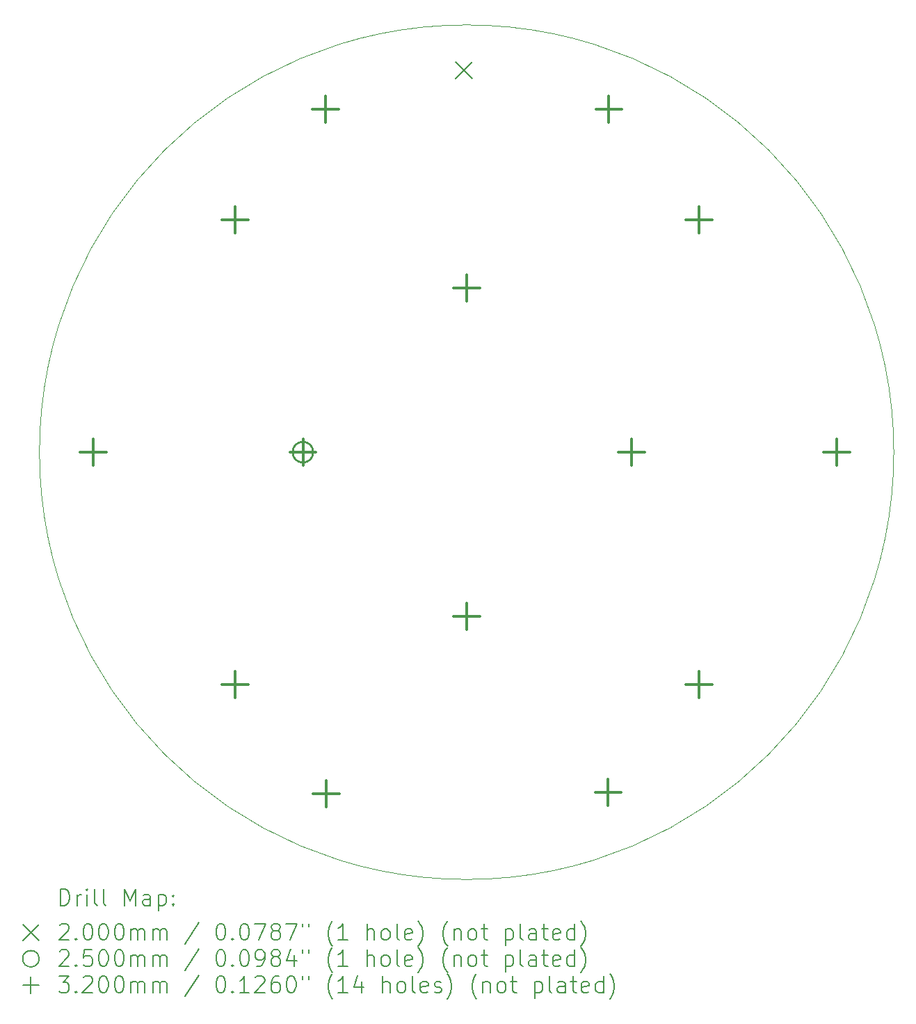
<source format=gbr>
%TF.GenerationSoftware,KiCad,Pcbnew,7.0.9-7.0.9~ubuntu23.04.1*%
%TF.CreationDate,2023-11-29T14:17:20+01:00*%
%TF.ProjectId,maglev cv2,6d61676c-6576-4206-9376-322e6b696361,rev?*%
%TF.SameCoordinates,Original*%
%TF.FileFunction,Drillmap*%
%TF.FilePolarity,Positive*%
%FSLAX45Y45*%
G04 Gerber Fmt 4.5, Leading zero omitted, Abs format (unit mm)*
G04 Created by KiCad (PCBNEW 7.0.9-7.0.9~ubuntu23.04.1) date 2023-11-29 14:17:20*
%MOMM*%
%LPD*%
G01*
G04 APERTURE LIST*
%ADD10C,0.100000*%
%ADD11C,0.200000*%
%ADD12C,0.250000*%
%ADD13C,0.320000*%
G04 APERTURE END LIST*
D10*
X19818250Y-9925000D02*
G75*
G03*
X19818250Y-9925000I-5200000J0D01*
G01*
D11*
X14485000Y-5175000D02*
X14685000Y-5375000D01*
X14685000Y-5175000D02*
X14485000Y-5375000D01*
D12*
X12750000Y-9925000D02*
G75*
G03*
X12750000Y-9925000I-125000J0D01*
G01*
D13*
X10075000Y-9765000D02*
X10075000Y-10085000D01*
X9915000Y-9925000D02*
X10235000Y-9925000D01*
X11800000Y-6940000D02*
X11800000Y-7260000D01*
X11640000Y-7100000D02*
X11960000Y-7100000D01*
X11800000Y-12590000D02*
X11800000Y-12910000D01*
X11640000Y-12750000D02*
X11960000Y-12750000D01*
X12625000Y-9765000D02*
X12625000Y-10085000D01*
X12465000Y-9925000D02*
X12785000Y-9925000D01*
X12900000Y-5590000D02*
X12900000Y-5910000D01*
X12740000Y-5750000D02*
X13060000Y-5750000D01*
X12907702Y-13925286D02*
X12907702Y-14245286D01*
X12747702Y-14085286D02*
X13067702Y-14085286D01*
X14619847Y-11766189D02*
X14619847Y-12086189D01*
X14459847Y-11926189D02*
X14779847Y-11926189D01*
X14620895Y-7764585D02*
X14620895Y-8084585D01*
X14460895Y-7924585D02*
X14780895Y-7924585D01*
X16341204Y-13907816D02*
X16341204Y-14227816D01*
X16181204Y-14067816D02*
X16501204Y-14067816D01*
X16350000Y-5590000D02*
X16350000Y-5910000D01*
X16190000Y-5750000D02*
X16510000Y-5750000D01*
X16625000Y-9765000D02*
X16625000Y-10085000D01*
X16465000Y-9925000D02*
X16785000Y-9925000D01*
X17450000Y-6940000D02*
X17450000Y-7260000D01*
X17290000Y-7100000D02*
X17610000Y-7100000D01*
X17450000Y-12590000D02*
X17450000Y-12910000D01*
X17290000Y-12750000D02*
X17610000Y-12750000D01*
X19125000Y-9765000D02*
X19125000Y-10085000D01*
X18965000Y-9925000D02*
X19285000Y-9925000D01*
D11*
X9674027Y-15441484D02*
X9674027Y-15241484D01*
X9674027Y-15241484D02*
X9721646Y-15241484D01*
X9721646Y-15241484D02*
X9750217Y-15251008D01*
X9750217Y-15251008D02*
X9769265Y-15270055D01*
X9769265Y-15270055D02*
X9778789Y-15289103D01*
X9778789Y-15289103D02*
X9788313Y-15327198D01*
X9788313Y-15327198D02*
X9788313Y-15355769D01*
X9788313Y-15355769D02*
X9778789Y-15393865D01*
X9778789Y-15393865D02*
X9769265Y-15412912D01*
X9769265Y-15412912D02*
X9750217Y-15431960D01*
X9750217Y-15431960D02*
X9721646Y-15441484D01*
X9721646Y-15441484D02*
X9674027Y-15441484D01*
X9874027Y-15441484D02*
X9874027Y-15308150D01*
X9874027Y-15346246D02*
X9883551Y-15327198D01*
X9883551Y-15327198D02*
X9893074Y-15317674D01*
X9893074Y-15317674D02*
X9912122Y-15308150D01*
X9912122Y-15308150D02*
X9931170Y-15308150D01*
X9997836Y-15441484D02*
X9997836Y-15308150D01*
X9997836Y-15241484D02*
X9988313Y-15251008D01*
X9988313Y-15251008D02*
X9997836Y-15260531D01*
X9997836Y-15260531D02*
X10007360Y-15251008D01*
X10007360Y-15251008D02*
X9997836Y-15241484D01*
X9997836Y-15241484D02*
X9997836Y-15260531D01*
X10121646Y-15441484D02*
X10102598Y-15431960D01*
X10102598Y-15431960D02*
X10093074Y-15412912D01*
X10093074Y-15412912D02*
X10093074Y-15241484D01*
X10226408Y-15441484D02*
X10207360Y-15431960D01*
X10207360Y-15431960D02*
X10197836Y-15412912D01*
X10197836Y-15412912D02*
X10197836Y-15241484D01*
X10454979Y-15441484D02*
X10454979Y-15241484D01*
X10454979Y-15241484D02*
X10521646Y-15384341D01*
X10521646Y-15384341D02*
X10588313Y-15241484D01*
X10588313Y-15241484D02*
X10588313Y-15441484D01*
X10769265Y-15441484D02*
X10769265Y-15336722D01*
X10769265Y-15336722D02*
X10759741Y-15317674D01*
X10759741Y-15317674D02*
X10740694Y-15308150D01*
X10740694Y-15308150D02*
X10702598Y-15308150D01*
X10702598Y-15308150D02*
X10683551Y-15317674D01*
X10769265Y-15431960D02*
X10750217Y-15441484D01*
X10750217Y-15441484D02*
X10702598Y-15441484D01*
X10702598Y-15441484D02*
X10683551Y-15431960D01*
X10683551Y-15431960D02*
X10674027Y-15412912D01*
X10674027Y-15412912D02*
X10674027Y-15393865D01*
X10674027Y-15393865D02*
X10683551Y-15374817D01*
X10683551Y-15374817D02*
X10702598Y-15365293D01*
X10702598Y-15365293D02*
X10750217Y-15365293D01*
X10750217Y-15365293D02*
X10769265Y-15355769D01*
X10864503Y-15308150D02*
X10864503Y-15508150D01*
X10864503Y-15317674D02*
X10883551Y-15308150D01*
X10883551Y-15308150D02*
X10921646Y-15308150D01*
X10921646Y-15308150D02*
X10940694Y-15317674D01*
X10940694Y-15317674D02*
X10950217Y-15327198D01*
X10950217Y-15327198D02*
X10959741Y-15346246D01*
X10959741Y-15346246D02*
X10959741Y-15403388D01*
X10959741Y-15403388D02*
X10950217Y-15422436D01*
X10950217Y-15422436D02*
X10940694Y-15431960D01*
X10940694Y-15431960D02*
X10921646Y-15441484D01*
X10921646Y-15441484D02*
X10883551Y-15441484D01*
X10883551Y-15441484D02*
X10864503Y-15431960D01*
X11045455Y-15422436D02*
X11054979Y-15431960D01*
X11054979Y-15431960D02*
X11045455Y-15441484D01*
X11045455Y-15441484D02*
X11035932Y-15431960D01*
X11035932Y-15431960D02*
X11045455Y-15422436D01*
X11045455Y-15422436D02*
X11045455Y-15441484D01*
X11045455Y-15317674D02*
X11054979Y-15327198D01*
X11054979Y-15327198D02*
X11045455Y-15336722D01*
X11045455Y-15336722D02*
X11035932Y-15327198D01*
X11035932Y-15327198D02*
X11045455Y-15317674D01*
X11045455Y-15317674D02*
X11045455Y-15336722D01*
X9213250Y-15670000D02*
X9413250Y-15870000D01*
X9413250Y-15670000D02*
X9213250Y-15870000D01*
X9664503Y-15680531D02*
X9674027Y-15671008D01*
X9674027Y-15671008D02*
X9693074Y-15661484D01*
X9693074Y-15661484D02*
X9740694Y-15661484D01*
X9740694Y-15661484D02*
X9759741Y-15671008D01*
X9759741Y-15671008D02*
X9769265Y-15680531D01*
X9769265Y-15680531D02*
X9778789Y-15699579D01*
X9778789Y-15699579D02*
X9778789Y-15718627D01*
X9778789Y-15718627D02*
X9769265Y-15747198D01*
X9769265Y-15747198D02*
X9654979Y-15861484D01*
X9654979Y-15861484D02*
X9778789Y-15861484D01*
X9864503Y-15842436D02*
X9874027Y-15851960D01*
X9874027Y-15851960D02*
X9864503Y-15861484D01*
X9864503Y-15861484D02*
X9854979Y-15851960D01*
X9854979Y-15851960D02*
X9864503Y-15842436D01*
X9864503Y-15842436D02*
X9864503Y-15861484D01*
X9997836Y-15661484D02*
X10016884Y-15661484D01*
X10016884Y-15661484D02*
X10035932Y-15671008D01*
X10035932Y-15671008D02*
X10045455Y-15680531D01*
X10045455Y-15680531D02*
X10054979Y-15699579D01*
X10054979Y-15699579D02*
X10064503Y-15737674D01*
X10064503Y-15737674D02*
X10064503Y-15785293D01*
X10064503Y-15785293D02*
X10054979Y-15823388D01*
X10054979Y-15823388D02*
X10045455Y-15842436D01*
X10045455Y-15842436D02*
X10035932Y-15851960D01*
X10035932Y-15851960D02*
X10016884Y-15861484D01*
X10016884Y-15861484D02*
X9997836Y-15861484D01*
X9997836Y-15861484D02*
X9978789Y-15851960D01*
X9978789Y-15851960D02*
X9969265Y-15842436D01*
X9969265Y-15842436D02*
X9959741Y-15823388D01*
X9959741Y-15823388D02*
X9950217Y-15785293D01*
X9950217Y-15785293D02*
X9950217Y-15737674D01*
X9950217Y-15737674D02*
X9959741Y-15699579D01*
X9959741Y-15699579D02*
X9969265Y-15680531D01*
X9969265Y-15680531D02*
X9978789Y-15671008D01*
X9978789Y-15671008D02*
X9997836Y-15661484D01*
X10188313Y-15661484D02*
X10207360Y-15661484D01*
X10207360Y-15661484D02*
X10226408Y-15671008D01*
X10226408Y-15671008D02*
X10235932Y-15680531D01*
X10235932Y-15680531D02*
X10245455Y-15699579D01*
X10245455Y-15699579D02*
X10254979Y-15737674D01*
X10254979Y-15737674D02*
X10254979Y-15785293D01*
X10254979Y-15785293D02*
X10245455Y-15823388D01*
X10245455Y-15823388D02*
X10235932Y-15842436D01*
X10235932Y-15842436D02*
X10226408Y-15851960D01*
X10226408Y-15851960D02*
X10207360Y-15861484D01*
X10207360Y-15861484D02*
X10188313Y-15861484D01*
X10188313Y-15861484D02*
X10169265Y-15851960D01*
X10169265Y-15851960D02*
X10159741Y-15842436D01*
X10159741Y-15842436D02*
X10150217Y-15823388D01*
X10150217Y-15823388D02*
X10140694Y-15785293D01*
X10140694Y-15785293D02*
X10140694Y-15737674D01*
X10140694Y-15737674D02*
X10150217Y-15699579D01*
X10150217Y-15699579D02*
X10159741Y-15680531D01*
X10159741Y-15680531D02*
X10169265Y-15671008D01*
X10169265Y-15671008D02*
X10188313Y-15661484D01*
X10378789Y-15661484D02*
X10397836Y-15661484D01*
X10397836Y-15661484D02*
X10416884Y-15671008D01*
X10416884Y-15671008D02*
X10426408Y-15680531D01*
X10426408Y-15680531D02*
X10435932Y-15699579D01*
X10435932Y-15699579D02*
X10445455Y-15737674D01*
X10445455Y-15737674D02*
X10445455Y-15785293D01*
X10445455Y-15785293D02*
X10435932Y-15823388D01*
X10435932Y-15823388D02*
X10426408Y-15842436D01*
X10426408Y-15842436D02*
X10416884Y-15851960D01*
X10416884Y-15851960D02*
X10397836Y-15861484D01*
X10397836Y-15861484D02*
X10378789Y-15861484D01*
X10378789Y-15861484D02*
X10359741Y-15851960D01*
X10359741Y-15851960D02*
X10350217Y-15842436D01*
X10350217Y-15842436D02*
X10340694Y-15823388D01*
X10340694Y-15823388D02*
X10331170Y-15785293D01*
X10331170Y-15785293D02*
X10331170Y-15737674D01*
X10331170Y-15737674D02*
X10340694Y-15699579D01*
X10340694Y-15699579D02*
X10350217Y-15680531D01*
X10350217Y-15680531D02*
X10359741Y-15671008D01*
X10359741Y-15671008D02*
X10378789Y-15661484D01*
X10531170Y-15861484D02*
X10531170Y-15728150D01*
X10531170Y-15747198D02*
X10540694Y-15737674D01*
X10540694Y-15737674D02*
X10559741Y-15728150D01*
X10559741Y-15728150D02*
X10588313Y-15728150D01*
X10588313Y-15728150D02*
X10607360Y-15737674D01*
X10607360Y-15737674D02*
X10616884Y-15756722D01*
X10616884Y-15756722D02*
X10616884Y-15861484D01*
X10616884Y-15756722D02*
X10626408Y-15737674D01*
X10626408Y-15737674D02*
X10645455Y-15728150D01*
X10645455Y-15728150D02*
X10674027Y-15728150D01*
X10674027Y-15728150D02*
X10693075Y-15737674D01*
X10693075Y-15737674D02*
X10702598Y-15756722D01*
X10702598Y-15756722D02*
X10702598Y-15861484D01*
X10797836Y-15861484D02*
X10797836Y-15728150D01*
X10797836Y-15747198D02*
X10807360Y-15737674D01*
X10807360Y-15737674D02*
X10826408Y-15728150D01*
X10826408Y-15728150D02*
X10854979Y-15728150D01*
X10854979Y-15728150D02*
X10874027Y-15737674D01*
X10874027Y-15737674D02*
X10883551Y-15756722D01*
X10883551Y-15756722D02*
X10883551Y-15861484D01*
X10883551Y-15756722D02*
X10893075Y-15737674D01*
X10893075Y-15737674D02*
X10912122Y-15728150D01*
X10912122Y-15728150D02*
X10940694Y-15728150D01*
X10940694Y-15728150D02*
X10959741Y-15737674D01*
X10959741Y-15737674D02*
X10969265Y-15756722D01*
X10969265Y-15756722D02*
X10969265Y-15861484D01*
X11359741Y-15651960D02*
X11188313Y-15909103D01*
X11616884Y-15661484D02*
X11635932Y-15661484D01*
X11635932Y-15661484D02*
X11654979Y-15671008D01*
X11654979Y-15671008D02*
X11664503Y-15680531D01*
X11664503Y-15680531D02*
X11674027Y-15699579D01*
X11674027Y-15699579D02*
X11683551Y-15737674D01*
X11683551Y-15737674D02*
X11683551Y-15785293D01*
X11683551Y-15785293D02*
X11674027Y-15823388D01*
X11674027Y-15823388D02*
X11664503Y-15842436D01*
X11664503Y-15842436D02*
X11654979Y-15851960D01*
X11654979Y-15851960D02*
X11635932Y-15861484D01*
X11635932Y-15861484D02*
X11616884Y-15861484D01*
X11616884Y-15861484D02*
X11597836Y-15851960D01*
X11597836Y-15851960D02*
X11588313Y-15842436D01*
X11588313Y-15842436D02*
X11578789Y-15823388D01*
X11578789Y-15823388D02*
X11569265Y-15785293D01*
X11569265Y-15785293D02*
X11569265Y-15737674D01*
X11569265Y-15737674D02*
X11578789Y-15699579D01*
X11578789Y-15699579D02*
X11588313Y-15680531D01*
X11588313Y-15680531D02*
X11597836Y-15671008D01*
X11597836Y-15671008D02*
X11616884Y-15661484D01*
X11769265Y-15842436D02*
X11778789Y-15851960D01*
X11778789Y-15851960D02*
X11769265Y-15861484D01*
X11769265Y-15861484D02*
X11759741Y-15851960D01*
X11759741Y-15851960D02*
X11769265Y-15842436D01*
X11769265Y-15842436D02*
X11769265Y-15861484D01*
X11902598Y-15661484D02*
X11921646Y-15661484D01*
X11921646Y-15661484D02*
X11940694Y-15671008D01*
X11940694Y-15671008D02*
X11950217Y-15680531D01*
X11950217Y-15680531D02*
X11959741Y-15699579D01*
X11959741Y-15699579D02*
X11969265Y-15737674D01*
X11969265Y-15737674D02*
X11969265Y-15785293D01*
X11969265Y-15785293D02*
X11959741Y-15823388D01*
X11959741Y-15823388D02*
X11950217Y-15842436D01*
X11950217Y-15842436D02*
X11940694Y-15851960D01*
X11940694Y-15851960D02*
X11921646Y-15861484D01*
X11921646Y-15861484D02*
X11902598Y-15861484D01*
X11902598Y-15861484D02*
X11883551Y-15851960D01*
X11883551Y-15851960D02*
X11874027Y-15842436D01*
X11874027Y-15842436D02*
X11864503Y-15823388D01*
X11864503Y-15823388D02*
X11854979Y-15785293D01*
X11854979Y-15785293D02*
X11854979Y-15737674D01*
X11854979Y-15737674D02*
X11864503Y-15699579D01*
X11864503Y-15699579D02*
X11874027Y-15680531D01*
X11874027Y-15680531D02*
X11883551Y-15671008D01*
X11883551Y-15671008D02*
X11902598Y-15661484D01*
X12035932Y-15661484D02*
X12169265Y-15661484D01*
X12169265Y-15661484D02*
X12083551Y-15861484D01*
X12274027Y-15747198D02*
X12254979Y-15737674D01*
X12254979Y-15737674D02*
X12245456Y-15728150D01*
X12245456Y-15728150D02*
X12235932Y-15709103D01*
X12235932Y-15709103D02*
X12235932Y-15699579D01*
X12235932Y-15699579D02*
X12245456Y-15680531D01*
X12245456Y-15680531D02*
X12254979Y-15671008D01*
X12254979Y-15671008D02*
X12274027Y-15661484D01*
X12274027Y-15661484D02*
X12312122Y-15661484D01*
X12312122Y-15661484D02*
X12331170Y-15671008D01*
X12331170Y-15671008D02*
X12340694Y-15680531D01*
X12340694Y-15680531D02*
X12350217Y-15699579D01*
X12350217Y-15699579D02*
X12350217Y-15709103D01*
X12350217Y-15709103D02*
X12340694Y-15728150D01*
X12340694Y-15728150D02*
X12331170Y-15737674D01*
X12331170Y-15737674D02*
X12312122Y-15747198D01*
X12312122Y-15747198D02*
X12274027Y-15747198D01*
X12274027Y-15747198D02*
X12254979Y-15756722D01*
X12254979Y-15756722D02*
X12245456Y-15766246D01*
X12245456Y-15766246D02*
X12235932Y-15785293D01*
X12235932Y-15785293D02*
X12235932Y-15823388D01*
X12235932Y-15823388D02*
X12245456Y-15842436D01*
X12245456Y-15842436D02*
X12254979Y-15851960D01*
X12254979Y-15851960D02*
X12274027Y-15861484D01*
X12274027Y-15861484D02*
X12312122Y-15861484D01*
X12312122Y-15861484D02*
X12331170Y-15851960D01*
X12331170Y-15851960D02*
X12340694Y-15842436D01*
X12340694Y-15842436D02*
X12350217Y-15823388D01*
X12350217Y-15823388D02*
X12350217Y-15785293D01*
X12350217Y-15785293D02*
X12340694Y-15766246D01*
X12340694Y-15766246D02*
X12331170Y-15756722D01*
X12331170Y-15756722D02*
X12312122Y-15747198D01*
X12416884Y-15661484D02*
X12550217Y-15661484D01*
X12550217Y-15661484D02*
X12464503Y-15861484D01*
X12616884Y-15661484D02*
X12616884Y-15699579D01*
X12693075Y-15661484D02*
X12693075Y-15699579D01*
X12988313Y-15937674D02*
X12978789Y-15928150D01*
X12978789Y-15928150D02*
X12959741Y-15899579D01*
X12959741Y-15899579D02*
X12950218Y-15880531D01*
X12950218Y-15880531D02*
X12940694Y-15851960D01*
X12940694Y-15851960D02*
X12931170Y-15804341D01*
X12931170Y-15804341D02*
X12931170Y-15766246D01*
X12931170Y-15766246D02*
X12940694Y-15718627D01*
X12940694Y-15718627D02*
X12950218Y-15690055D01*
X12950218Y-15690055D02*
X12959741Y-15671008D01*
X12959741Y-15671008D02*
X12978789Y-15642436D01*
X12978789Y-15642436D02*
X12988313Y-15632912D01*
X13169265Y-15861484D02*
X13054979Y-15861484D01*
X13112122Y-15861484D02*
X13112122Y-15661484D01*
X13112122Y-15661484D02*
X13093075Y-15690055D01*
X13093075Y-15690055D02*
X13074027Y-15709103D01*
X13074027Y-15709103D02*
X13054979Y-15718627D01*
X13407360Y-15861484D02*
X13407360Y-15661484D01*
X13493075Y-15861484D02*
X13493075Y-15756722D01*
X13493075Y-15756722D02*
X13483551Y-15737674D01*
X13483551Y-15737674D02*
X13464503Y-15728150D01*
X13464503Y-15728150D02*
X13435932Y-15728150D01*
X13435932Y-15728150D02*
X13416884Y-15737674D01*
X13416884Y-15737674D02*
X13407360Y-15747198D01*
X13616884Y-15861484D02*
X13597837Y-15851960D01*
X13597837Y-15851960D02*
X13588313Y-15842436D01*
X13588313Y-15842436D02*
X13578789Y-15823388D01*
X13578789Y-15823388D02*
X13578789Y-15766246D01*
X13578789Y-15766246D02*
X13588313Y-15747198D01*
X13588313Y-15747198D02*
X13597837Y-15737674D01*
X13597837Y-15737674D02*
X13616884Y-15728150D01*
X13616884Y-15728150D02*
X13645456Y-15728150D01*
X13645456Y-15728150D02*
X13664503Y-15737674D01*
X13664503Y-15737674D02*
X13674027Y-15747198D01*
X13674027Y-15747198D02*
X13683551Y-15766246D01*
X13683551Y-15766246D02*
X13683551Y-15823388D01*
X13683551Y-15823388D02*
X13674027Y-15842436D01*
X13674027Y-15842436D02*
X13664503Y-15851960D01*
X13664503Y-15851960D02*
X13645456Y-15861484D01*
X13645456Y-15861484D02*
X13616884Y-15861484D01*
X13797837Y-15861484D02*
X13778789Y-15851960D01*
X13778789Y-15851960D02*
X13769265Y-15832912D01*
X13769265Y-15832912D02*
X13769265Y-15661484D01*
X13950218Y-15851960D02*
X13931170Y-15861484D01*
X13931170Y-15861484D02*
X13893075Y-15861484D01*
X13893075Y-15861484D02*
X13874027Y-15851960D01*
X13874027Y-15851960D02*
X13864503Y-15832912D01*
X13864503Y-15832912D02*
X13864503Y-15756722D01*
X13864503Y-15756722D02*
X13874027Y-15737674D01*
X13874027Y-15737674D02*
X13893075Y-15728150D01*
X13893075Y-15728150D02*
X13931170Y-15728150D01*
X13931170Y-15728150D02*
X13950218Y-15737674D01*
X13950218Y-15737674D02*
X13959741Y-15756722D01*
X13959741Y-15756722D02*
X13959741Y-15775769D01*
X13959741Y-15775769D02*
X13864503Y-15794817D01*
X14026408Y-15937674D02*
X14035932Y-15928150D01*
X14035932Y-15928150D02*
X14054980Y-15899579D01*
X14054980Y-15899579D02*
X14064503Y-15880531D01*
X14064503Y-15880531D02*
X14074027Y-15851960D01*
X14074027Y-15851960D02*
X14083551Y-15804341D01*
X14083551Y-15804341D02*
X14083551Y-15766246D01*
X14083551Y-15766246D02*
X14074027Y-15718627D01*
X14074027Y-15718627D02*
X14064503Y-15690055D01*
X14064503Y-15690055D02*
X14054980Y-15671008D01*
X14054980Y-15671008D02*
X14035932Y-15642436D01*
X14035932Y-15642436D02*
X14026408Y-15632912D01*
X14388313Y-15937674D02*
X14378789Y-15928150D01*
X14378789Y-15928150D02*
X14359741Y-15899579D01*
X14359741Y-15899579D02*
X14350218Y-15880531D01*
X14350218Y-15880531D02*
X14340694Y-15851960D01*
X14340694Y-15851960D02*
X14331170Y-15804341D01*
X14331170Y-15804341D02*
X14331170Y-15766246D01*
X14331170Y-15766246D02*
X14340694Y-15718627D01*
X14340694Y-15718627D02*
X14350218Y-15690055D01*
X14350218Y-15690055D02*
X14359741Y-15671008D01*
X14359741Y-15671008D02*
X14378789Y-15642436D01*
X14378789Y-15642436D02*
X14388313Y-15632912D01*
X14464503Y-15728150D02*
X14464503Y-15861484D01*
X14464503Y-15747198D02*
X14474027Y-15737674D01*
X14474027Y-15737674D02*
X14493075Y-15728150D01*
X14493075Y-15728150D02*
X14521646Y-15728150D01*
X14521646Y-15728150D02*
X14540694Y-15737674D01*
X14540694Y-15737674D02*
X14550218Y-15756722D01*
X14550218Y-15756722D02*
X14550218Y-15861484D01*
X14674027Y-15861484D02*
X14654980Y-15851960D01*
X14654980Y-15851960D02*
X14645456Y-15842436D01*
X14645456Y-15842436D02*
X14635932Y-15823388D01*
X14635932Y-15823388D02*
X14635932Y-15766246D01*
X14635932Y-15766246D02*
X14645456Y-15747198D01*
X14645456Y-15747198D02*
X14654980Y-15737674D01*
X14654980Y-15737674D02*
X14674027Y-15728150D01*
X14674027Y-15728150D02*
X14702599Y-15728150D01*
X14702599Y-15728150D02*
X14721646Y-15737674D01*
X14721646Y-15737674D02*
X14731170Y-15747198D01*
X14731170Y-15747198D02*
X14740694Y-15766246D01*
X14740694Y-15766246D02*
X14740694Y-15823388D01*
X14740694Y-15823388D02*
X14731170Y-15842436D01*
X14731170Y-15842436D02*
X14721646Y-15851960D01*
X14721646Y-15851960D02*
X14702599Y-15861484D01*
X14702599Y-15861484D02*
X14674027Y-15861484D01*
X14797837Y-15728150D02*
X14874027Y-15728150D01*
X14826408Y-15661484D02*
X14826408Y-15832912D01*
X14826408Y-15832912D02*
X14835932Y-15851960D01*
X14835932Y-15851960D02*
X14854980Y-15861484D01*
X14854980Y-15861484D02*
X14874027Y-15861484D01*
X15093075Y-15728150D02*
X15093075Y-15928150D01*
X15093075Y-15737674D02*
X15112122Y-15728150D01*
X15112122Y-15728150D02*
X15150218Y-15728150D01*
X15150218Y-15728150D02*
X15169265Y-15737674D01*
X15169265Y-15737674D02*
X15178789Y-15747198D01*
X15178789Y-15747198D02*
X15188313Y-15766246D01*
X15188313Y-15766246D02*
X15188313Y-15823388D01*
X15188313Y-15823388D02*
X15178789Y-15842436D01*
X15178789Y-15842436D02*
X15169265Y-15851960D01*
X15169265Y-15851960D02*
X15150218Y-15861484D01*
X15150218Y-15861484D02*
X15112122Y-15861484D01*
X15112122Y-15861484D02*
X15093075Y-15851960D01*
X15302599Y-15861484D02*
X15283551Y-15851960D01*
X15283551Y-15851960D02*
X15274027Y-15832912D01*
X15274027Y-15832912D02*
X15274027Y-15661484D01*
X15464503Y-15861484D02*
X15464503Y-15756722D01*
X15464503Y-15756722D02*
X15454980Y-15737674D01*
X15454980Y-15737674D02*
X15435932Y-15728150D01*
X15435932Y-15728150D02*
X15397837Y-15728150D01*
X15397837Y-15728150D02*
X15378789Y-15737674D01*
X15464503Y-15851960D02*
X15445456Y-15861484D01*
X15445456Y-15861484D02*
X15397837Y-15861484D01*
X15397837Y-15861484D02*
X15378789Y-15851960D01*
X15378789Y-15851960D02*
X15369265Y-15832912D01*
X15369265Y-15832912D02*
X15369265Y-15813865D01*
X15369265Y-15813865D02*
X15378789Y-15794817D01*
X15378789Y-15794817D02*
X15397837Y-15785293D01*
X15397837Y-15785293D02*
X15445456Y-15785293D01*
X15445456Y-15785293D02*
X15464503Y-15775769D01*
X15531170Y-15728150D02*
X15607361Y-15728150D01*
X15559742Y-15661484D02*
X15559742Y-15832912D01*
X15559742Y-15832912D02*
X15569265Y-15851960D01*
X15569265Y-15851960D02*
X15588313Y-15861484D01*
X15588313Y-15861484D02*
X15607361Y-15861484D01*
X15750218Y-15851960D02*
X15731170Y-15861484D01*
X15731170Y-15861484D02*
X15693075Y-15861484D01*
X15693075Y-15861484D02*
X15674027Y-15851960D01*
X15674027Y-15851960D02*
X15664503Y-15832912D01*
X15664503Y-15832912D02*
X15664503Y-15756722D01*
X15664503Y-15756722D02*
X15674027Y-15737674D01*
X15674027Y-15737674D02*
X15693075Y-15728150D01*
X15693075Y-15728150D02*
X15731170Y-15728150D01*
X15731170Y-15728150D02*
X15750218Y-15737674D01*
X15750218Y-15737674D02*
X15759742Y-15756722D01*
X15759742Y-15756722D02*
X15759742Y-15775769D01*
X15759742Y-15775769D02*
X15664503Y-15794817D01*
X15931170Y-15861484D02*
X15931170Y-15661484D01*
X15931170Y-15851960D02*
X15912123Y-15861484D01*
X15912123Y-15861484D02*
X15874027Y-15861484D01*
X15874027Y-15861484D02*
X15854980Y-15851960D01*
X15854980Y-15851960D02*
X15845456Y-15842436D01*
X15845456Y-15842436D02*
X15835932Y-15823388D01*
X15835932Y-15823388D02*
X15835932Y-15766246D01*
X15835932Y-15766246D02*
X15845456Y-15747198D01*
X15845456Y-15747198D02*
X15854980Y-15737674D01*
X15854980Y-15737674D02*
X15874027Y-15728150D01*
X15874027Y-15728150D02*
X15912123Y-15728150D01*
X15912123Y-15728150D02*
X15931170Y-15737674D01*
X16007361Y-15937674D02*
X16016884Y-15928150D01*
X16016884Y-15928150D02*
X16035932Y-15899579D01*
X16035932Y-15899579D02*
X16045456Y-15880531D01*
X16045456Y-15880531D02*
X16054980Y-15851960D01*
X16054980Y-15851960D02*
X16064503Y-15804341D01*
X16064503Y-15804341D02*
X16064503Y-15766246D01*
X16064503Y-15766246D02*
X16054980Y-15718627D01*
X16054980Y-15718627D02*
X16045456Y-15690055D01*
X16045456Y-15690055D02*
X16035932Y-15671008D01*
X16035932Y-15671008D02*
X16016884Y-15642436D01*
X16016884Y-15642436D02*
X16007361Y-15632912D01*
X9413250Y-16090000D02*
G75*
G03*
X9413250Y-16090000I-100000J0D01*
G01*
X9664503Y-16000531D02*
X9674027Y-15991008D01*
X9674027Y-15991008D02*
X9693074Y-15981484D01*
X9693074Y-15981484D02*
X9740694Y-15981484D01*
X9740694Y-15981484D02*
X9759741Y-15991008D01*
X9759741Y-15991008D02*
X9769265Y-16000531D01*
X9769265Y-16000531D02*
X9778789Y-16019579D01*
X9778789Y-16019579D02*
X9778789Y-16038627D01*
X9778789Y-16038627D02*
X9769265Y-16067198D01*
X9769265Y-16067198D02*
X9654979Y-16181484D01*
X9654979Y-16181484D02*
X9778789Y-16181484D01*
X9864503Y-16162436D02*
X9874027Y-16171960D01*
X9874027Y-16171960D02*
X9864503Y-16181484D01*
X9864503Y-16181484D02*
X9854979Y-16171960D01*
X9854979Y-16171960D02*
X9864503Y-16162436D01*
X9864503Y-16162436D02*
X9864503Y-16181484D01*
X10054979Y-15981484D02*
X9959741Y-15981484D01*
X9959741Y-15981484D02*
X9950217Y-16076722D01*
X9950217Y-16076722D02*
X9959741Y-16067198D01*
X9959741Y-16067198D02*
X9978789Y-16057674D01*
X9978789Y-16057674D02*
X10026408Y-16057674D01*
X10026408Y-16057674D02*
X10045455Y-16067198D01*
X10045455Y-16067198D02*
X10054979Y-16076722D01*
X10054979Y-16076722D02*
X10064503Y-16095769D01*
X10064503Y-16095769D02*
X10064503Y-16143388D01*
X10064503Y-16143388D02*
X10054979Y-16162436D01*
X10054979Y-16162436D02*
X10045455Y-16171960D01*
X10045455Y-16171960D02*
X10026408Y-16181484D01*
X10026408Y-16181484D02*
X9978789Y-16181484D01*
X9978789Y-16181484D02*
X9959741Y-16171960D01*
X9959741Y-16171960D02*
X9950217Y-16162436D01*
X10188313Y-15981484D02*
X10207360Y-15981484D01*
X10207360Y-15981484D02*
X10226408Y-15991008D01*
X10226408Y-15991008D02*
X10235932Y-16000531D01*
X10235932Y-16000531D02*
X10245455Y-16019579D01*
X10245455Y-16019579D02*
X10254979Y-16057674D01*
X10254979Y-16057674D02*
X10254979Y-16105293D01*
X10254979Y-16105293D02*
X10245455Y-16143388D01*
X10245455Y-16143388D02*
X10235932Y-16162436D01*
X10235932Y-16162436D02*
X10226408Y-16171960D01*
X10226408Y-16171960D02*
X10207360Y-16181484D01*
X10207360Y-16181484D02*
X10188313Y-16181484D01*
X10188313Y-16181484D02*
X10169265Y-16171960D01*
X10169265Y-16171960D02*
X10159741Y-16162436D01*
X10159741Y-16162436D02*
X10150217Y-16143388D01*
X10150217Y-16143388D02*
X10140694Y-16105293D01*
X10140694Y-16105293D02*
X10140694Y-16057674D01*
X10140694Y-16057674D02*
X10150217Y-16019579D01*
X10150217Y-16019579D02*
X10159741Y-16000531D01*
X10159741Y-16000531D02*
X10169265Y-15991008D01*
X10169265Y-15991008D02*
X10188313Y-15981484D01*
X10378789Y-15981484D02*
X10397836Y-15981484D01*
X10397836Y-15981484D02*
X10416884Y-15991008D01*
X10416884Y-15991008D02*
X10426408Y-16000531D01*
X10426408Y-16000531D02*
X10435932Y-16019579D01*
X10435932Y-16019579D02*
X10445455Y-16057674D01*
X10445455Y-16057674D02*
X10445455Y-16105293D01*
X10445455Y-16105293D02*
X10435932Y-16143388D01*
X10435932Y-16143388D02*
X10426408Y-16162436D01*
X10426408Y-16162436D02*
X10416884Y-16171960D01*
X10416884Y-16171960D02*
X10397836Y-16181484D01*
X10397836Y-16181484D02*
X10378789Y-16181484D01*
X10378789Y-16181484D02*
X10359741Y-16171960D01*
X10359741Y-16171960D02*
X10350217Y-16162436D01*
X10350217Y-16162436D02*
X10340694Y-16143388D01*
X10340694Y-16143388D02*
X10331170Y-16105293D01*
X10331170Y-16105293D02*
X10331170Y-16057674D01*
X10331170Y-16057674D02*
X10340694Y-16019579D01*
X10340694Y-16019579D02*
X10350217Y-16000531D01*
X10350217Y-16000531D02*
X10359741Y-15991008D01*
X10359741Y-15991008D02*
X10378789Y-15981484D01*
X10531170Y-16181484D02*
X10531170Y-16048150D01*
X10531170Y-16067198D02*
X10540694Y-16057674D01*
X10540694Y-16057674D02*
X10559741Y-16048150D01*
X10559741Y-16048150D02*
X10588313Y-16048150D01*
X10588313Y-16048150D02*
X10607360Y-16057674D01*
X10607360Y-16057674D02*
X10616884Y-16076722D01*
X10616884Y-16076722D02*
X10616884Y-16181484D01*
X10616884Y-16076722D02*
X10626408Y-16057674D01*
X10626408Y-16057674D02*
X10645455Y-16048150D01*
X10645455Y-16048150D02*
X10674027Y-16048150D01*
X10674027Y-16048150D02*
X10693075Y-16057674D01*
X10693075Y-16057674D02*
X10702598Y-16076722D01*
X10702598Y-16076722D02*
X10702598Y-16181484D01*
X10797836Y-16181484D02*
X10797836Y-16048150D01*
X10797836Y-16067198D02*
X10807360Y-16057674D01*
X10807360Y-16057674D02*
X10826408Y-16048150D01*
X10826408Y-16048150D02*
X10854979Y-16048150D01*
X10854979Y-16048150D02*
X10874027Y-16057674D01*
X10874027Y-16057674D02*
X10883551Y-16076722D01*
X10883551Y-16076722D02*
X10883551Y-16181484D01*
X10883551Y-16076722D02*
X10893075Y-16057674D01*
X10893075Y-16057674D02*
X10912122Y-16048150D01*
X10912122Y-16048150D02*
X10940694Y-16048150D01*
X10940694Y-16048150D02*
X10959741Y-16057674D01*
X10959741Y-16057674D02*
X10969265Y-16076722D01*
X10969265Y-16076722D02*
X10969265Y-16181484D01*
X11359741Y-15971960D02*
X11188313Y-16229103D01*
X11616884Y-15981484D02*
X11635932Y-15981484D01*
X11635932Y-15981484D02*
X11654979Y-15991008D01*
X11654979Y-15991008D02*
X11664503Y-16000531D01*
X11664503Y-16000531D02*
X11674027Y-16019579D01*
X11674027Y-16019579D02*
X11683551Y-16057674D01*
X11683551Y-16057674D02*
X11683551Y-16105293D01*
X11683551Y-16105293D02*
X11674027Y-16143388D01*
X11674027Y-16143388D02*
X11664503Y-16162436D01*
X11664503Y-16162436D02*
X11654979Y-16171960D01*
X11654979Y-16171960D02*
X11635932Y-16181484D01*
X11635932Y-16181484D02*
X11616884Y-16181484D01*
X11616884Y-16181484D02*
X11597836Y-16171960D01*
X11597836Y-16171960D02*
X11588313Y-16162436D01*
X11588313Y-16162436D02*
X11578789Y-16143388D01*
X11578789Y-16143388D02*
X11569265Y-16105293D01*
X11569265Y-16105293D02*
X11569265Y-16057674D01*
X11569265Y-16057674D02*
X11578789Y-16019579D01*
X11578789Y-16019579D02*
X11588313Y-16000531D01*
X11588313Y-16000531D02*
X11597836Y-15991008D01*
X11597836Y-15991008D02*
X11616884Y-15981484D01*
X11769265Y-16162436D02*
X11778789Y-16171960D01*
X11778789Y-16171960D02*
X11769265Y-16181484D01*
X11769265Y-16181484D02*
X11759741Y-16171960D01*
X11759741Y-16171960D02*
X11769265Y-16162436D01*
X11769265Y-16162436D02*
X11769265Y-16181484D01*
X11902598Y-15981484D02*
X11921646Y-15981484D01*
X11921646Y-15981484D02*
X11940694Y-15991008D01*
X11940694Y-15991008D02*
X11950217Y-16000531D01*
X11950217Y-16000531D02*
X11959741Y-16019579D01*
X11959741Y-16019579D02*
X11969265Y-16057674D01*
X11969265Y-16057674D02*
X11969265Y-16105293D01*
X11969265Y-16105293D02*
X11959741Y-16143388D01*
X11959741Y-16143388D02*
X11950217Y-16162436D01*
X11950217Y-16162436D02*
X11940694Y-16171960D01*
X11940694Y-16171960D02*
X11921646Y-16181484D01*
X11921646Y-16181484D02*
X11902598Y-16181484D01*
X11902598Y-16181484D02*
X11883551Y-16171960D01*
X11883551Y-16171960D02*
X11874027Y-16162436D01*
X11874027Y-16162436D02*
X11864503Y-16143388D01*
X11864503Y-16143388D02*
X11854979Y-16105293D01*
X11854979Y-16105293D02*
X11854979Y-16057674D01*
X11854979Y-16057674D02*
X11864503Y-16019579D01*
X11864503Y-16019579D02*
X11874027Y-16000531D01*
X11874027Y-16000531D02*
X11883551Y-15991008D01*
X11883551Y-15991008D02*
X11902598Y-15981484D01*
X12064503Y-16181484D02*
X12102598Y-16181484D01*
X12102598Y-16181484D02*
X12121646Y-16171960D01*
X12121646Y-16171960D02*
X12131170Y-16162436D01*
X12131170Y-16162436D02*
X12150217Y-16133865D01*
X12150217Y-16133865D02*
X12159741Y-16095769D01*
X12159741Y-16095769D02*
X12159741Y-16019579D01*
X12159741Y-16019579D02*
X12150217Y-16000531D01*
X12150217Y-16000531D02*
X12140694Y-15991008D01*
X12140694Y-15991008D02*
X12121646Y-15981484D01*
X12121646Y-15981484D02*
X12083551Y-15981484D01*
X12083551Y-15981484D02*
X12064503Y-15991008D01*
X12064503Y-15991008D02*
X12054979Y-16000531D01*
X12054979Y-16000531D02*
X12045456Y-16019579D01*
X12045456Y-16019579D02*
X12045456Y-16067198D01*
X12045456Y-16067198D02*
X12054979Y-16086246D01*
X12054979Y-16086246D02*
X12064503Y-16095769D01*
X12064503Y-16095769D02*
X12083551Y-16105293D01*
X12083551Y-16105293D02*
X12121646Y-16105293D01*
X12121646Y-16105293D02*
X12140694Y-16095769D01*
X12140694Y-16095769D02*
X12150217Y-16086246D01*
X12150217Y-16086246D02*
X12159741Y-16067198D01*
X12274027Y-16067198D02*
X12254979Y-16057674D01*
X12254979Y-16057674D02*
X12245456Y-16048150D01*
X12245456Y-16048150D02*
X12235932Y-16029103D01*
X12235932Y-16029103D02*
X12235932Y-16019579D01*
X12235932Y-16019579D02*
X12245456Y-16000531D01*
X12245456Y-16000531D02*
X12254979Y-15991008D01*
X12254979Y-15991008D02*
X12274027Y-15981484D01*
X12274027Y-15981484D02*
X12312122Y-15981484D01*
X12312122Y-15981484D02*
X12331170Y-15991008D01*
X12331170Y-15991008D02*
X12340694Y-16000531D01*
X12340694Y-16000531D02*
X12350217Y-16019579D01*
X12350217Y-16019579D02*
X12350217Y-16029103D01*
X12350217Y-16029103D02*
X12340694Y-16048150D01*
X12340694Y-16048150D02*
X12331170Y-16057674D01*
X12331170Y-16057674D02*
X12312122Y-16067198D01*
X12312122Y-16067198D02*
X12274027Y-16067198D01*
X12274027Y-16067198D02*
X12254979Y-16076722D01*
X12254979Y-16076722D02*
X12245456Y-16086246D01*
X12245456Y-16086246D02*
X12235932Y-16105293D01*
X12235932Y-16105293D02*
X12235932Y-16143388D01*
X12235932Y-16143388D02*
X12245456Y-16162436D01*
X12245456Y-16162436D02*
X12254979Y-16171960D01*
X12254979Y-16171960D02*
X12274027Y-16181484D01*
X12274027Y-16181484D02*
X12312122Y-16181484D01*
X12312122Y-16181484D02*
X12331170Y-16171960D01*
X12331170Y-16171960D02*
X12340694Y-16162436D01*
X12340694Y-16162436D02*
X12350217Y-16143388D01*
X12350217Y-16143388D02*
X12350217Y-16105293D01*
X12350217Y-16105293D02*
X12340694Y-16086246D01*
X12340694Y-16086246D02*
X12331170Y-16076722D01*
X12331170Y-16076722D02*
X12312122Y-16067198D01*
X12521646Y-16048150D02*
X12521646Y-16181484D01*
X12474027Y-15971960D02*
X12426408Y-16114817D01*
X12426408Y-16114817D02*
X12550217Y-16114817D01*
X12616884Y-15981484D02*
X12616884Y-16019579D01*
X12693075Y-15981484D02*
X12693075Y-16019579D01*
X12988313Y-16257674D02*
X12978789Y-16248150D01*
X12978789Y-16248150D02*
X12959741Y-16219579D01*
X12959741Y-16219579D02*
X12950218Y-16200531D01*
X12950218Y-16200531D02*
X12940694Y-16171960D01*
X12940694Y-16171960D02*
X12931170Y-16124341D01*
X12931170Y-16124341D02*
X12931170Y-16086246D01*
X12931170Y-16086246D02*
X12940694Y-16038627D01*
X12940694Y-16038627D02*
X12950218Y-16010055D01*
X12950218Y-16010055D02*
X12959741Y-15991008D01*
X12959741Y-15991008D02*
X12978789Y-15962436D01*
X12978789Y-15962436D02*
X12988313Y-15952912D01*
X13169265Y-16181484D02*
X13054979Y-16181484D01*
X13112122Y-16181484D02*
X13112122Y-15981484D01*
X13112122Y-15981484D02*
X13093075Y-16010055D01*
X13093075Y-16010055D02*
X13074027Y-16029103D01*
X13074027Y-16029103D02*
X13054979Y-16038627D01*
X13407360Y-16181484D02*
X13407360Y-15981484D01*
X13493075Y-16181484D02*
X13493075Y-16076722D01*
X13493075Y-16076722D02*
X13483551Y-16057674D01*
X13483551Y-16057674D02*
X13464503Y-16048150D01*
X13464503Y-16048150D02*
X13435932Y-16048150D01*
X13435932Y-16048150D02*
X13416884Y-16057674D01*
X13416884Y-16057674D02*
X13407360Y-16067198D01*
X13616884Y-16181484D02*
X13597837Y-16171960D01*
X13597837Y-16171960D02*
X13588313Y-16162436D01*
X13588313Y-16162436D02*
X13578789Y-16143388D01*
X13578789Y-16143388D02*
X13578789Y-16086246D01*
X13578789Y-16086246D02*
X13588313Y-16067198D01*
X13588313Y-16067198D02*
X13597837Y-16057674D01*
X13597837Y-16057674D02*
X13616884Y-16048150D01*
X13616884Y-16048150D02*
X13645456Y-16048150D01*
X13645456Y-16048150D02*
X13664503Y-16057674D01*
X13664503Y-16057674D02*
X13674027Y-16067198D01*
X13674027Y-16067198D02*
X13683551Y-16086246D01*
X13683551Y-16086246D02*
X13683551Y-16143388D01*
X13683551Y-16143388D02*
X13674027Y-16162436D01*
X13674027Y-16162436D02*
X13664503Y-16171960D01*
X13664503Y-16171960D02*
X13645456Y-16181484D01*
X13645456Y-16181484D02*
X13616884Y-16181484D01*
X13797837Y-16181484D02*
X13778789Y-16171960D01*
X13778789Y-16171960D02*
X13769265Y-16152912D01*
X13769265Y-16152912D02*
X13769265Y-15981484D01*
X13950218Y-16171960D02*
X13931170Y-16181484D01*
X13931170Y-16181484D02*
X13893075Y-16181484D01*
X13893075Y-16181484D02*
X13874027Y-16171960D01*
X13874027Y-16171960D02*
X13864503Y-16152912D01*
X13864503Y-16152912D02*
X13864503Y-16076722D01*
X13864503Y-16076722D02*
X13874027Y-16057674D01*
X13874027Y-16057674D02*
X13893075Y-16048150D01*
X13893075Y-16048150D02*
X13931170Y-16048150D01*
X13931170Y-16048150D02*
X13950218Y-16057674D01*
X13950218Y-16057674D02*
X13959741Y-16076722D01*
X13959741Y-16076722D02*
X13959741Y-16095769D01*
X13959741Y-16095769D02*
X13864503Y-16114817D01*
X14026408Y-16257674D02*
X14035932Y-16248150D01*
X14035932Y-16248150D02*
X14054980Y-16219579D01*
X14054980Y-16219579D02*
X14064503Y-16200531D01*
X14064503Y-16200531D02*
X14074027Y-16171960D01*
X14074027Y-16171960D02*
X14083551Y-16124341D01*
X14083551Y-16124341D02*
X14083551Y-16086246D01*
X14083551Y-16086246D02*
X14074027Y-16038627D01*
X14074027Y-16038627D02*
X14064503Y-16010055D01*
X14064503Y-16010055D02*
X14054980Y-15991008D01*
X14054980Y-15991008D02*
X14035932Y-15962436D01*
X14035932Y-15962436D02*
X14026408Y-15952912D01*
X14388313Y-16257674D02*
X14378789Y-16248150D01*
X14378789Y-16248150D02*
X14359741Y-16219579D01*
X14359741Y-16219579D02*
X14350218Y-16200531D01*
X14350218Y-16200531D02*
X14340694Y-16171960D01*
X14340694Y-16171960D02*
X14331170Y-16124341D01*
X14331170Y-16124341D02*
X14331170Y-16086246D01*
X14331170Y-16086246D02*
X14340694Y-16038627D01*
X14340694Y-16038627D02*
X14350218Y-16010055D01*
X14350218Y-16010055D02*
X14359741Y-15991008D01*
X14359741Y-15991008D02*
X14378789Y-15962436D01*
X14378789Y-15962436D02*
X14388313Y-15952912D01*
X14464503Y-16048150D02*
X14464503Y-16181484D01*
X14464503Y-16067198D02*
X14474027Y-16057674D01*
X14474027Y-16057674D02*
X14493075Y-16048150D01*
X14493075Y-16048150D02*
X14521646Y-16048150D01*
X14521646Y-16048150D02*
X14540694Y-16057674D01*
X14540694Y-16057674D02*
X14550218Y-16076722D01*
X14550218Y-16076722D02*
X14550218Y-16181484D01*
X14674027Y-16181484D02*
X14654980Y-16171960D01*
X14654980Y-16171960D02*
X14645456Y-16162436D01*
X14645456Y-16162436D02*
X14635932Y-16143388D01*
X14635932Y-16143388D02*
X14635932Y-16086246D01*
X14635932Y-16086246D02*
X14645456Y-16067198D01*
X14645456Y-16067198D02*
X14654980Y-16057674D01*
X14654980Y-16057674D02*
X14674027Y-16048150D01*
X14674027Y-16048150D02*
X14702599Y-16048150D01*
X14702599Y-16048150D02*
X14721646Y-16057674D01*
X14721646Y-16057674D02*
X14731170Y-16067198D01*
X14731170Y-16067198D02*
X14740694Y-16086246D01*
X14740694Y-16086246D02*
X14740694Y-16143388D01*
X14740694Y-16143388D02*
X14731170Y-16162436D01*
X14731170Y-16162436D02*
X14721646Y-16171960D01*
X14721646Y-16171960D02*
X14702599Y-16181484D01*
X14702599Y-16181484D02*
X14674027Y-16181484D01*
X14797837Y-16048150D02*
X14874027Y-16048150D01*
X14826408Y-15981484D02*
X14826408Y-16152912D01*
X14826408Y-16152912D02*
X14835932Y-16171960D01*
X14835932Y-16171960D02*
X14854980Y-16181484D01*
X14854980Y-16181484D02*
X14874027Y-16181484D01*
X15093075Y-16048150D02*
X15093075Y-16248150D01*
X15093075Y-16057674D02*
X15112122Y-16048150D01*
X15112122Y-16048150D02*
X15150218Y-16048150D01*
X15150218Y-16048150D02*
X15169265Y-16057674D01*
X15169265Y-16057674D02*
X15178789Y-16067198D01*
X15178789Y-16067198D02*
X15188313Y-16086246D01*
X15188313Y-16086246D02*
X15188313Y-16143388D01*
X15188313Y-16143388D02*
X15178789Y-16162436D01*
X15178789Y-16162436D02*
X15169265Y-16171960D01*
X15169265Y-16171960D02*
X15150218Y-16181484D01*
X15150218Y-16181484D02*
X15112122Y-16181484D01*
X15112122Y-16181484D02*
X15093075Y-16171960D01*
X15302599Y-16181484D02*
X15283551Y-16171960D01*
X15283551Y-16171960D02*
X15274027Y-16152912D01*
X15274027Y-16152912D02*
X15274027Y-15981484D01*
X15464503Y-16181484D02*
X15464503Y-16076722D01*
X15464503Y-16076722D02*
X15454980Y-16057674D01*
X15454980Y-16057674D02*
X15435932Y-16048150D01*
X15435932Y-16048150D02*
X15397837Y-16048150D01*
X15397837Y-16048150D02*
X15378789Y-16057674D01*
X15464503Y-16171960D02*
X15445456Y-16181484D01*
X15445456Y-16181484D02*
X15397837Y-16181484D01*
X15397837Y-16181484D02*
X15378789Y-16171960D01*
X15378789Y-16171960D02*
X15369265Y-16152912D01*
X15369265Y-16152912D02*
X15369265Y-16133865D01*
X15369265Y-16133865D02*
X15378789Y-16114817D01*
X15378789Y-16114817D02*
X15397837Y-16105293D01*
X15397837Y-16105293D02*
X15445456Y-16105293D01*
X15445456Y-16105293D02*
X15464503Y-16095769D01*
X15531170Y-16048150D02*
X15607361Y-16048150D01*
X15559742Y-15981484D02*
X15559742Y-16152912D01*
X15559742Y-16152912D02*
X15569265Y-16171960D01*
X15569265Y-16171960D02*
X15588313Y-16181484D01*
X15588313Y-16181484D02*
X15607361Y-16181484D01*
X15750218Y-16171960D02*
X15731170Y-16181484D01*
X15731170Y-16181484D02*
X15693075Y-16181484D01*
X15693075Y-16181484D02*
X15674027Y-16171960D01*
X15674027Y-16171960D02*
X15664503Y-16152912D01*
X15664503Y-16152912D02*
X15664503Y-16076722D01*
X15664503Y-16076722D02*
X15674027Y-16057674D01*
X15674027Y-16057674D02*
X15693075Y-16048150D01*
X15693075Y-16048150D02*
X15731170Y-16048150D01*
X15731170Y-16048150D02*
X15750218Y-16057674D01*
X15750218Y-16057674D02*
X15759742Y-16076722D01*
X15759742Y-16076722D02*
X15759742Y-16095769D01*
X15759742Y-16095769D02*
X15664503Y-16114817D01*
X15931170Y-16181484D02*
X15931170Y-15981484D01*
X15931170Y-16171960D02*
X15912123Y-16181484D01*
X15912123Y-16181484D02*
X15874027Y-16181484D01*
X15874027Y-16181484D02*
X15854980Y-16171960D01*
X15854980Y-16171960D02*
X15845456Y-16162436D01*
X15845456Y-16162436D02*
X15835932Y-16143388D01*
X15835932Y-16143388D02*
X15835932Y-16086246D01*
X15835932Y-16086246D02*
X15845456Y-16067198D01*
X15845456Y-16067198D02*
X15854980Y-16057674D01*
X15854980Y-16057674D02*
X15874027Y-16048150D01*
X15874027Y-16048150D02*
X15912123Y-16048150D01*
X15912123Y-16048150D02*
X15931170Y-16057674D01*
X16007361Y-16257674D02*
X16016884Y-16248150D01*
X16016884Y-16248150D02*
X16035932Y-16219579D01*
X16035932Y-16219579D02*
X16045456Y-16200531D01*
X16045456Y-16200531D02*
X16054980Y-16171960D01*
X16054980Y-16171960D02*
X16064503Y-16124341D01*
X16064503Y-16124341D02*
X16064503Y-16086246D01*
X16064503Y-16086246D02*
X16054980Y-16038627D01*
X16054980Y-16038627D02*
X16045456Y-16010055D01*
X16045456Y-16010055D02*
X16035932Y-15991008D01*
X16035932Y-15991008D02*
X16016884Y-15962436D01*
X16016884Y-15962436D02*
X16007361Y-15952912D01*
X9313250Y-16310000D02*
X9313250Y-16510000D01*
X9213250Y-16410000D02*
X9413250Y-16410000D01*
X9654979Y-16301484D02*
X9778789Y-16301484D01*
X9778789Y-16301484D02*
X9712122Y-16377674D01*
X9712122Y-16377674D02*
X9740694Y-16377674D01*
X9740694Y-16377674D02*
X9759741Y-16387198D01*
X9759741Y-16387198D02*
X9769265Y-16396722D01*
X9769265Y-16396722D02*
X9778789Y-16415769D01*
X9778789Y-16415769D02*
X9778789Y-16463388D01*
X9778789Y-16463388D02*
X9769265Y-16482436D01*
X9769265Y-16482436D02*
X9759741Y-16491960D01*
X9759741Y-16491960D02*
X9740694Y-16501484D01*
X9740694Y-16501484D02*
X9683551Y-16501484D01*
X9683551Y-16501484D02*
X9664503Y-16491960D01*
X9664503Y-16491960D02*
X9654979Y-16482436D01*
X9864503Y-16482436D02*
X9874027Y-16491960D01*
X9874027Y-16491960D02*
X9864503Y-16501484D01*
X9864503Y-16501484D02*
X9854979Y-16491960D01*
X9854979Y-16491960D02*
X9864503Y-16482436D01*
X9864503Y-16482436D02*
X9864503Y-16501484D01*
X9950217Y-16320531D02*
X9959741Y-16311008D01*
X9959741Y-16311008D02*
X9978789Y-16301484D01*
X9978789Y-16301484D02*
X10026408Y-16301484D01*
X10026408Y-16301484D02*
X10045455Y-16311008D01*
X10045455Y-16311008D02*
X10054979Y-16320531D01*
X10054979Y-16320531D02*
X10064503Y-16339579D01*
X10064503Y-16339579D02*
X10064503Y-16358627D01*
X10064503Y-16358627D02*
X10054979Y-16387198D01*
X10054979Y-16387198D02*
X9940694Y-16501484D01*
X9940694Y-16501484D02*
X10064503Y-16501484D01*
X10188313Y-16301484D02*
X10207360Y-16301484D01*
X10207360Y-16301484D02*
X10226408Y-16311008D01*
X10226408Y-16311008D02*
X10235932Y-16320531D01*
X10235932Y-16320531D02*
X10245455Y-16339579D01*
X10245455Y-16339579D02*
X10254979Y-16377674D01*
X10254979Y-16377674D02*
X10254979Y-16425293D01*
X10254979Y-16425293D02*
X10245455Y-16463388D01*
X10245455Y-16463388D02*
X10235932Y-16482436D01*
X10235932Y-16482436D02*
X10226408Y-16491960D01*
X10226408Y-16491960D02*
X10207360Y-16501484D01*
X10207360Y-16501484D02*
X10188313Y-16501484D01*
X10188313Y-16501484D02*
X10169265Y-16491960D01*
X10169265Y-16491960D02*
X10159741Y-16482436D01*
X10159741Y-16482436D02*
X10150217Y-16463388D01*
X10150217Y-16463388D02*
X10140694Y-16425293D01*
X10140694Y-16425293D02*
X10140694Y-16377674D01*
X10140694Y-16377674D02*
X10150217Y-16339579D01*
X10150217Y-16339579D02*
X10159741Y-16320531D01*
X10159741Y-16320531D02*
X10169265Y-16311008D01*
X10169265Y-16311008D02*
X10188313Y-16301484D01*
X10378789Y-16301484D02*
X10397836Y-16301484D01*
X10397836Y-16301484D02*
X10416884Y-16311008D01*
X10416884Y-16311008D02*
X10426408Y-16320531D01*
X10426408Y-16320531D02*
X10435932Y-16339579D01*
X10435932Y-16339579D02*
X10445455Y-16377674D01*
X10445455Y-16377674D02*
X10445455Y-16425293D01*
X10445455Y-16425293D02*
X10435932Y-16463388D01*
X10435932Y-16463388D02*
X10426408Y-16482436D01*
X10426408Y-16482436D02*
X10416884Y-16491960D01*
X10416884Y-16491960D02*
X10397836Y-16501484D01*
X10397836Y-16501484D02*
X10378789Y-16501484D01*
X10378789Y-16501484D02*
X10359741Y-16491960D01*
X10359741Y-16491960D02*
X10350217Y-16482436D01*
X10350217Y-16482436D02*
X10340694Y-16463388D01*
X10340694Y-16463388D02*
X10331170Y-16425293D01*
X10331170Y-16425293D02*
X10331170Y-16377674D01*
X10331170Y-16377674D02*
X10340694Y-16339579D01*
X10340694Y-16339579D02*
X10350217Y-16320531D01*
X10350217Y-16320531D02*
X10359741Y-16311008D01*
X10359741Y-16311008D02*
X10378789Y-16301484D01*
X10531170Y-16501484D02*
X10531170Y-16368150D01*
X10531170Y-16387198D02*
X10540694Y-16377674D01*
X10540694Y-16377674D02*
X10559741Y-16368150D01*
X10559741Y-16368150D02*
X10588313Y-16368150D01*
X10588313Y-16368150D02*
X10607360Y-16377674D01*
X10607360Y-16377674D02*
X10616884Y-16396722D01*
X10616884Y-16396722D02*
X10616884Y-16501484D01*
X10616884Y-16396722D02*
X10626408Y-16377674D01*
X10626408Y-16377674D02*
X10645455Y-16368150D01*
X10645455Y-16368150D02*
X10674027Y-16368150D01*
X10674027Y-16368150D02*
X10693075Y-16377674D01*
X10693075Y-16377674D02*
X10702598Y-16396722D01*
X10702598Y-16396722D02*
X10702598Y-16501484D01*
X10797836Y-16501484D02*
X10797836Y-16368150D01*
X10797836Y-16387198D02*
X10807360Y-16377674D01*
X10807360Y-16377674D02*
X10826408Y-16368150D01*
X10826408Y-16368150D02*
X10854979Y-16368150D01*
X10854979Y-16368150D02*
X10874027Y-16377674D01*
X10874027Y-16377674D02*
X10883551Y-16396722D01*
X10883551Y-16396722D02*
X10883551Y-16501484D01*
X10883551Y-16396722D02*
X10893075Y-16377674D01*
X10893075Y-16377674D02*
X10912122Y-16368150D01*
X10912122Y-16368150D02*
X10940694Y-16368150D01*
X10940694Y-16368150D02*
X10959741Y-16377674D01*
X10959741Y-16377674D02*
X10969265Y-16396722D01*
X10969265Y-16396722D02*
X10969265Y-16501484D01*
X11359741Y-16291960D02*
X11188313Y-16549103D01*
X11616884Y-16301484D02*
X11635932Y-16301484D01*
X11635932Y-16301484D02*
X11654979Y-16311008D01*
X11654979Y-16311008D02*
X11664503Y-16320531D01*
X11664503Y-16320531D02*
X11674027Y-16339579D01*
X11674027Y-16339579D02*
X11683551Y-16377674D01*
X11683551Y-16377674D02*
X11683551Y-16425293D01*
X11683551Y-16425293D02*
X11674027Y-16463388D01*
X11674027Y-16463388D02*
X11664503Y-16482436D01*
X11664503Y-16482436D02*
X11654979Y-16491960D01*
X11654979Y-16491960D02*
X11635932Y-16501484D01*
X11635932Y-16501484D02*
X11616884Y-16501484D01*
X11616884Y-16501484D02*
X11597836Y-16491960D01*
X11597836Y-16491960D02*
X11588313Y-16482436D01*
X11588313Y-16482436D02*
X11578789Y-16463388D01*
X11578789Y-16463388D02*
X11569265Y-16425293D01*
X11569265Y-16425293D02*
X11569265Y-16377674D01*
X11569265Y-16377674D02*
X11578789Y-16339579D01*
X11578789Y-16339579D02*
X11588313Y-16320531D01*
X11588313Y-16320531D02*
X11597836Y-16311008D01*
X11597836Y-16311008D02*
X11616884Y-16301484D01*
X11769265Y-16482436D02*
X11778789Y-16491960D01*
X11778789Y-16491960D02*
X11769265Y-16501484D01*
X11769265Y-16501484D02*
X11759741Y-16491960D01*
X11759741Y-16491960D02*
X11769265Y-16482436D01*
X11769265Y-16482436D02*
X11769265Y-16501484D01*
X11969265Y-16501484D02*
X11854979Y-16501484D01*
X11912122Y-16501484D02*
X11912122Y-16301484D01*
X11912122Y-16301484D02*
X11893075Y-16330055D01*
X11893075Y-16330055D02*
X11874027Y-16349103D01*
X11874027Y-16349103D02*
X11854979Y-16358627D01*
X12045456Y-16320531D02*
X12054979Y-16311008D01*
X12054979Y-16311008D02*
X12074027Y-16301484D01*
X12074027Y-16301484D02*
X12121646Y-16301484D01*
X12121646Y-16301484D02*
X12140694Y-16311008D01*
X12140694Y-16311008D02*
X12150217Y-16320531D01*
X12150217Y-16320531D02*
X12159741Y-16339579D01*
X12159741Y-16339579D02*
X12159741Y-16358627D01*
X12159741Y-16358627D02*
X12150217Y-16387198D01*
X12150217Y-16387198D02*
X12035932Y-16501484D01*
X12035932Y-16501484D02*
X12159741Y-16501484D01*
X12331170Y-16301484D02*
X12293075Y-16301484D01*
X12293075Y-16301484D02*
X12274027Y-16311008D01*
X12274027Y-16311008D02*
X12264503Y-16320531D01*
X12264503Y-16320531D02*
X12245456Y-16349103D01*
X12245456Y-16349103D02*
X12235932Y-16387198D01*
X12235932Y-16387198D02*
X12235932Y-16463388D01*
X12235932Y-16463388D02*
X12245456Y-16482436D01*
X12245456Y-16482436D02*
X12254979Y-16491960D01*
X12254979Y-16491960D02*
X12274027Y-16501484D01*
X12274027Y-16501484D02*
X12312122Y-16501484D01*
X12312122Y-16501484D02*
X12331170Y-16491960D01*
X12331170Y-16491960D02*
X12340694Y-16482436D01*
X12340694Y-16482436D02*
X12350217Y-16463388D01*
X12350217Y-16463388D02*
X12350217Y-16415769D01*
X12350217Y-16415769D02*
X12340694Y-16396722D01*
X12340694Y-16396722D02*
X12331170Y-16387198D01*
X12331170Y-16387198D02*
X12312122Y-16377674D01*
X12312122Y-16377674D02*
X12274027Y-16377674D01*
X12274027Y-16377674D02*
X12254979Y-16387198D01*
X12254979Y-16387198D02*
X12245456Y-16396722D01*
X12245456Y-16396722D02*
X12235932Y-16415769D01*
X12474027Y-16301484D02*
X12493075Y-16301484D01*
X12493075Y-16301484D02*
X12512122Y-16311008D01*
X12512122Y-16311008D02*
X12521646Y-16320531D01*
X12521646Y-16320531D02*
X12531170Y-16339579D01*
X12531170Y-16339579D02*
X12540694Y-16377674D01*
X12540694Y-16377674D02*
X12540694Y-16425293D01*
X12540694Y-16425293D02*
X12531170Y-16463388D01*
X12531170Y-16463388D02*
X12521646Y-16482436D01*
X12521646Y-16482436D02*
X12512122Y-16491960D01*
X12512122Y-16491960D02*
X12493075Y-16501484D01*
X12493075Y-16501484D02*
X12474027Y-16501484D01*
X12474027Y-16501484D02*
X12454979Y-16491960D01*
X12454979Y-16491960D02*
X12445456Y-16482436D01*
X12445456Y-16482436D02*
X12435932Y-16463388D01*
X12435932Y-16463388D02*
X12426408Y-16425293D01*
X12426408Y-16425293D02*
X12426408Y-16377674D01*
X12426408Y-16377674D02*
X12435932Y-16339579D01*
X12435932Y-16339579D02*
X12445456Y-16320531D01*
X12445456Y-16320531D02*
X12454979Y-16311008D01*
X12454979Y-16311008D02*
X12474027Y-16301484D01*
X12616884Y-16301484D02*
X12616884Y-16339579D01*
X12693075Y-16301484D02*
X12693075Y-16339579D01*
X12988313Y-16577674D02*
X12978789Y-16568150D01*
X12978789Y-16568150D02*
X12959741Y-16539579D01*
X12959741Y-16539579D02*
X12950218Y-16520531D01*
X12950218Y-16520531D02*
X12940694Y-16491960D01*
X12940694Y-16491960D02*
X12931170Y-16444341D01*
X12931170Y-16444341D02*
X12931170Y-16406246D01*
X12931170Y-16406246D02*
X12940694Y-16358627D01*
X12940694Y-16358627D02*
X12950218Y-16330055D01*
X12950218Y-16330055D02*
X12959741Y-16311008D01*
X12959741Y-16311008D02*
X12978789Y-16282436D01*
X12978789Y-16282436D02*
X12988313Y-16272912D01*
X13169265Y-16501484D02*
X13054979Y-16501484D01*
X13112122Y-16501484D02*
X13112122Y-16301484D01*
X13112122Y-16301484D02*
X13093075Y-16330055D01*
X13093075Y-16330055D02*
X13074027Y-16349103D01*
X13074027Y-16349103D02*
X13054979Y-16358627D01*
X13340694Y-16368150D02*
X13340694Y-16501484D01*
X13293075Y-16291960D02*
X13245456Y-16434817D01*
X13245456Y-16434817D02*
X13369265Y-16434817D01*
X13597837Y-16501484D02*
X13597837Y-16301484D01*
X13683551Y-16501484D02*
X13683551Y-16396722D01*
X13683551Y-16396722D02*
X13674027Y-16377674D01*
X13674027Y-16377674D02*
X13654980Y-16368150D01*
X13654980Y-16368150D02*
X13626408Y-16368150D01*
X13626408Y-16368150D02*
X13607360Y-16377674D01*
X13607360Y-16377674D02*
X13597837Y-16387198D01*
X13807360Y-16501484D02*
X13788313Y-16491960D01*
X13788313Y-16491960D02*
X13778789Y-16482436D01*
X13778789Y-16482436D02*
X13769265Y-16463388D01*
X13769265Y-16463388D02*
X13769265Y-16406246D01*
X13769265Y-16406246D02*
X13778789Y-16387198D01*
X13778789Y-16387198D02*
X13788313Y-16377674D01*
X13788313Y-16377674D02*
X13807360Y-16368150D01*
X13807360Y-16368150D02*
X13835932Y-16368150D01*
X13835932Y-16368150D02*
X13854980Y-16377674D01*
X13854980Y-16377674D02*
X13864503Y-16387198D01*
X13864503Y-16387198D02*
X13874027Y-16406246D01*
X13874027Y-16406246D02*
X13874027Y-16463388D01*
X13874027Y-16463388D02*
X13864503Y-16482436D01*
X13864503Y-16482436D02*
X13854980Y-16491960D01*
X13854980Y-16491960D02*
X13835932Y-16501484D01*
X13835932Y-16501484D02*
X13807360Y-16501484D01*
X13988313Y-16501484D02*
X13969265Y-16491960D01*
X13969265Y-16491960D02*
X13959741Y-16472912D01*
X13959741Y-16472912D02*
X13959741Y-16301484D01*
X14140694Y-16491960D02*
X14121646Y-16501484D01*
X14121646Y-16501484D02*
X14083551Y-16501484D01*
X14083551Y-16501484D02*
X14064503Y-16491960D01*
X14064503Y-16491960D02*
X14054980Y-16472912D01*
X14054980Y-16472912D02*
X14054980Y-16396722D01*
X14054980Y-16396722D02*
X14064503Y-16377674D01*
X14064503Y-16377674D02*
X14083551Y-16368150D01*
X14083551Y-16368150D02*
X14121646Y-16368150D01*
X14121646Y-16368150D02*
X14140694Y-16377674D01*
X14140694Y-16377674D02*
X14150218Y-16396722D01*
X14150218Y-16396722D02*
X14150218Y-16415769D01*
X14150218Y-16415769D02*
X14054980Y-16434817D01*
X14226408Y-16491960D02*
X14245456Y-16501484D01*
X14245456Y-16501484D02*
X14283551Y-16501484D01*
X14283551Y-16501484D02*
X14302599Y-16491960D01*
X14302599Y-16491960D02*
X14312122Y-16472912D01*
X14312122Y-16472912D02*
X14312122Y-16463388D01*
X14312122Y-16463388D02*
X14302599Y-16444341D01*
X14302599Y-16444341D02*
X14283551Y-16434817D01*
X14283551Y-16434817D02*
X14254980Y-16434817D01*
X14254980Y-16434817D02*
X14235932Y-16425293D01*
X14235932Y-16425293D02*
X14226408Y-16406246D01*
X14226408Y-16406246D02*
X14226408Y-16396722D01*
X14226408Y-16396722D02*
X14235932Y-16377674D01*
X14235932Y-16377674D02*
X14254980Y-16368150D01*
X14254980Y-16368150D02*
X14283551Y-16368150D01*
X14283551Y-16368150D02*
X14302599Y-16377674D01*
X14378789Y-16577674D02*
X14388313Y-16568150D01*
X14388313Y-16568150D02*
X14407361Y-16539579D01*
X14407361Y-16539579D02*
X14416884Y-16520531D01*
X14416884Y-16520531D02*
X14426408Y-16491960D01*
X14426408Y-16491960D02*
X14435932Y-16444341D01*
X14435932Y-16444341D02*
X14435932Y-16406246D01*
X14435932Y-16406246D02*
X14426408Y-16358627D01*
X14426408Y-16358627D02*
X14416884Y-16330055D01*
X14416884Y-16330055D02*
X14407361Y-16311008D01*
X14407361Y-16311008D02*
X14388313Y-16282436D01*
X14388313Y-16282436D02*
X14378789Y-16272912D01*
X14740694Y-16577674D02*
X14731170Y-16568150D01*
X14731170Y-16568150D02*
X14712122Y-16539579D01*
X14712122Y-16539579D02*
X14702599Y-16520531D01*
X14702599Y-16520531D02*
X14693075Y-16491960D01*
X14693075Y-16491960D02*
X14683551Y-16444341D01*
X14683551Y-16444341D02*
X14683551Y-16406246D01*
X14683551Y-16406246D02*
X14693075Y-16358627D01*
X14693075Y-16358627D02*
X14702599Y-16330055D01*
X14702599Y-16330055D02*
X14712122Y-16311008D01*
X14712122Y-16311008D02*
X14731170Y-16282436D01*
X14731170Y-16282436D02*
X14740694Y-16272912D01*
X14816884Y-16368150D02*
X14816884Y-16501484D01*
X14816884Y-16387198D02*
X14826408Y-16377674D01*
X14826408Y-16377674D02*
X14845456Y-16368150D01*
X14845456Y-16368150D02*
X14874027Y-16368150D01*
X14874027Y-16368150D02*
X14893075Y-16377674D01*
X14893075Y-16377674D02*
X14902599Y-16396722D01*
X14902599Y-16396722D02*
X14902599Y-16501484D01*
X15026408Y-16501484D02*
X15007361Y-16491960D01*
X15007361Y-16491960D02*
X14997837Y-16482436D01*
X14997837Y-16482436D02*
X14988313Y-16463388D01*
X14988313Y-16463388D02*
X14988313Y-16406246D01*
X14988313Y-16406246D02*
X14997837Y-16387198D01*
X14997837Y-16387198D02*
X15007361Y-16377674D01*
X15007361Y-16377674D02*
X15026408Y-16368150D01*
X15026408Y-16368150D02*
X15054980Y-16368150D01*
X15054980Y-16368150D02*
X15074027Y-16377674D01*
X15074027Y-16377674D02*
X15083551Y-16387198D01*
X15083551Y-16387198D02*
X15093075Y-16406246D01*
X15093075Y-16406246D02*
X15093075Y-16463388D01*
X15093075Y-16463388D02*
X15083551Y-16482436D01*
X15083551Y-16482436D02*
X15074027Y-16491960D01*
X15074027Y-16491960D02*
X15054980Y-16501484D01*
X15054980Y-16501484D02*
X15026408Y-16501484D01*
X15150218Y-16368150D02*
X15226408Y-16368150D01*
X15178789Y-16301484D02*
X15178789Y-16472912D01*
X15178789Y-16472912D02*
X15188313Y-16491960D01*
X15188313Y-16491960D02*
X15207361Y-16501484D01*
X15207361Y-16501484D02*
X15226408Y-16501484D01*
X15445456Y-16368150D02*
X15445456Y-16568150D01*
X15445456Y-16377674D02*
X15464503Y-16368150D01*
X15464503Y-16368150D02*
X15502599Y-16368150D01*
X15502599Y-16368150D02*
X15521646Y-16377674D01*
X15521646Y-16377674D02*
X15531170Y-16387198D01*
X15531170Y-16387198D02*
X15540694Y-16406246D01*
X15540694Y-16406246D02*
X15540694Y-16463388D01*
X15540694Y-16463388D02*
X15531170Y-16482436D01*
X15531170Y-16482436D02*
X15521646Y-16491960D01*
X15521646Y-16491960D02*
X15502599Y-16501484D01*
X15502599Y-16501484D02*
X15464503Y-16501484D01*
X15464503Y-16501484D02*
X15445456Y-16491960D01*
X15654980Y-16501484D02*
X15635932Y-16491960D01*
X15635932Y-16491960D02*
X15626408Y-16472912D01*
X15626408Y-16472912D02*
X15626408Y-16301484D01*
X15816884Y-16501484D02*
X15816884Y-16396722D01*
X15816884Y-16396722D02*
X15807361Y-16377674D01*
X15807361Y-16377674D02*
X15788313Y-16368150D01*
X15788313Y-16368150D02*
X15750218Y-16368150D01*
X15750218Y-16368150D02*
X15731170Y-16377674D01*
X15816884Y-16491960D02*
X15797837Y-16501484D01*
X15797837Y-16501484D02*
X15750218Y-16501484D01*
X15750218Y-16501484D02*
X15731170Y-16491960D01*
X15731170Y-16491960D02*
X15721646Y-16472912D01*
X15721646Y-16472912D02*
X15721646Y-16453865D01*
X15721646Y-16453865D02*
X15731170Y-16434817D01*
X15731170Y-16434817D02*
X15750218Y-16425293D01*
X15750218Y-16425293D02*
X15797837Y-16425293D01*
X15797837Y-16425293D02*
X15816884Y-16415769D01*
X15883551Y-16368150D02*
X15959742Y-16368150D01*
X15912123Y-16301484D02*
X15912123Y-16472912D01*
X15912123Y-16472912D02*
X15921646Y-16491960D01*
X15921646Y-16491960D02*
X15940694Y-16501484D01*
X15940694Y-16501484D02*
X15959742Y-16501484D01*
X16102599Y-16491960D02*
X16083551Y-16501484D01*
X16083551Y-16501484D02*
X16045456Y-16501484D01*
X16045456Y-16501484D02*
X16026408Y-16491960D01*
X16026408Y-16491960D02*
X16016884Y-16472912D01*
X16016884Y-16472912D02*
X16016884Y-16396722D01*
X16016884Y-16396722D02*
X16026408Y-16377674D01*
X16026408Y-16377674D02*
X16045456Y-16368150D01*
X16045456Y-16368150D02*
X16083551Y-16368150D01*
X16083551Y-16368150D02*
X16102599Y-16377674D01*
X16102599Y-16377674D02*
X16112123Y-16396722D01*
X16112123Y-16396722D02*
X16112123Y-16415769D01*
X16112123Y-16415769D02*
X16016884Y-16434817D01*
X16283551Y-16501484D02*
X16283551Y-16301484D01*
X16283551Y-16491960D02*
X16264504Y-16501484D01*
X16264504Y-16501484D02*
X16226408Y-16501484D01*
X16226408Y-16501484D02*
X16207361Y-16491960D01*
X16207361Y-16491960D02*
X16197837Y-16482436D01*
X16197837Y-16482436D02*
X16188313Y-16463388D01*
X16188313Y-16463388D02*
X16188313Y-16406246D01*
X16188313Y-16406246D02*
X16197837Y-16387198D01*
X16197837Y-16387198D02*
X16207361Y-16377674D01*
X16207361Y-16377674D02*
X16226408Y-16368150D01*
X16226408Y-16368150D02*
X16264504Y-16368150D01*
X16264504Y-16368150D02*
X16283551Y-16377674D01*
X16359742Y-16577674D02*
X16369265Y-16568150D01*
X16369265Y-16568150D02*
X16388313Y-16539579D01*
X16388313Y-16539579D02*
X16397837Y-16520531D01*
X16397837Y-16520531D02*
X16407361Y-16491960D01*
X16407361Y-16491960D02*
X16416884Y-16444341D01*
X16416884Y-16444341D02*
X16416884Y-16406246D01*
X16416884Y-16406246D02*
X16407361Y-16358627D01*
X16407361Y-16358627D02*
X16397837Y-16330055D01*
X16397837Y-16330055D02*
X16388313Y-16311008D01*
X16388313Y-16311008D02*
X16369265Y-16282436D01*
X16369265Y-16282436D02*
X16359742Y-16272912D01*
M02*

</source>
